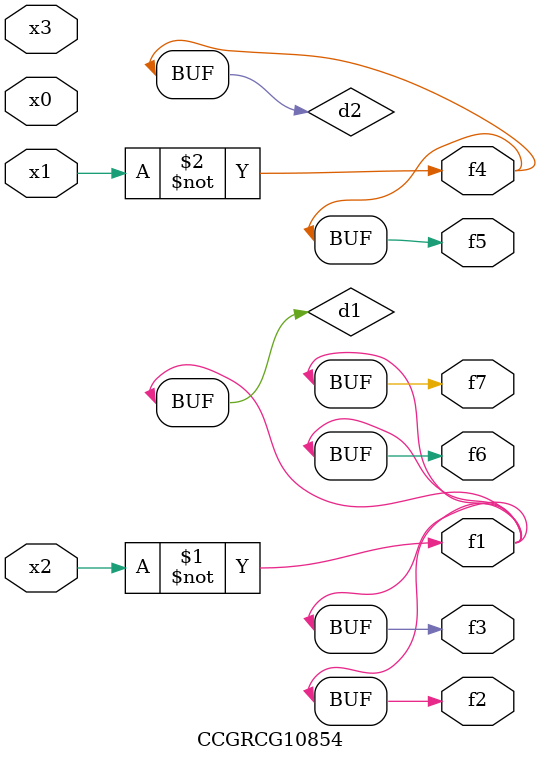
<source format=v>
module CCGRCG10854(
	input x0, x1, x2, x3,
	output f1, f2, f3, f4, f5, f6, f7
);

	wire d1, d2;

	xnor (d1, x2);
	not (d2, x1);
	assign f1 = d1;
	assign f2 = d1;
	assign f3 = d1;
	assign f4 = d2;
	assign f5 = d2;
	assign f6 = d1;
	assign f7 = d1;
endmodule

</source>
